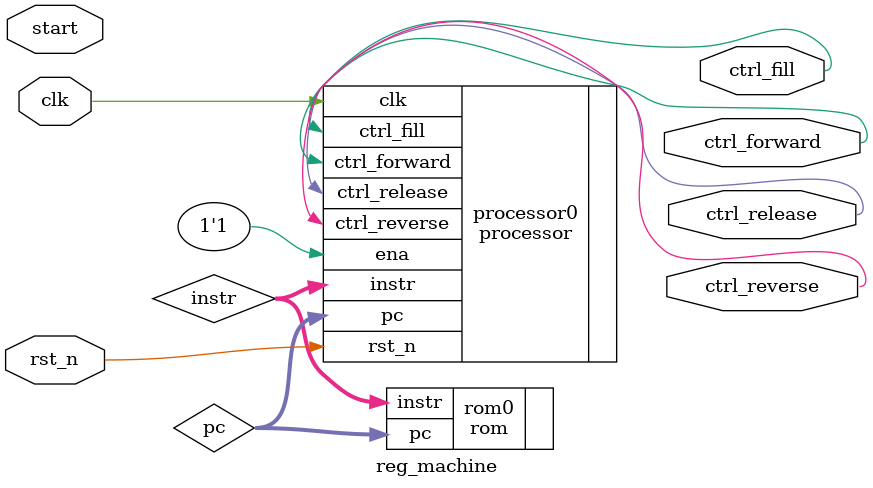
<source format=v>
module reg_machine (
  input start,

  output ctrl_fill,
  output ctrl_release,
  output ctrl_forward,
  output ctrl_reverse,

  input clk,
  input rst_n
);

wire [7:0] pc;
wire [15:0] instr;

rom rom0 (
  .pc(pc),
  .instr(instr)
);

processor processor0 (
  .ena(1'b1),
  .instr(instr),
  .pc(pc),
  .ctrl_fill(ctrl_fill),
  .ctrl_release(ctrl_release),
  .ctrl_forward(ctrl_forward),
  .ctrl_reverse(ctrl_reverse),
  .clk(clk),
  .rst_n(rst_n)
);

endmodule
</source>
